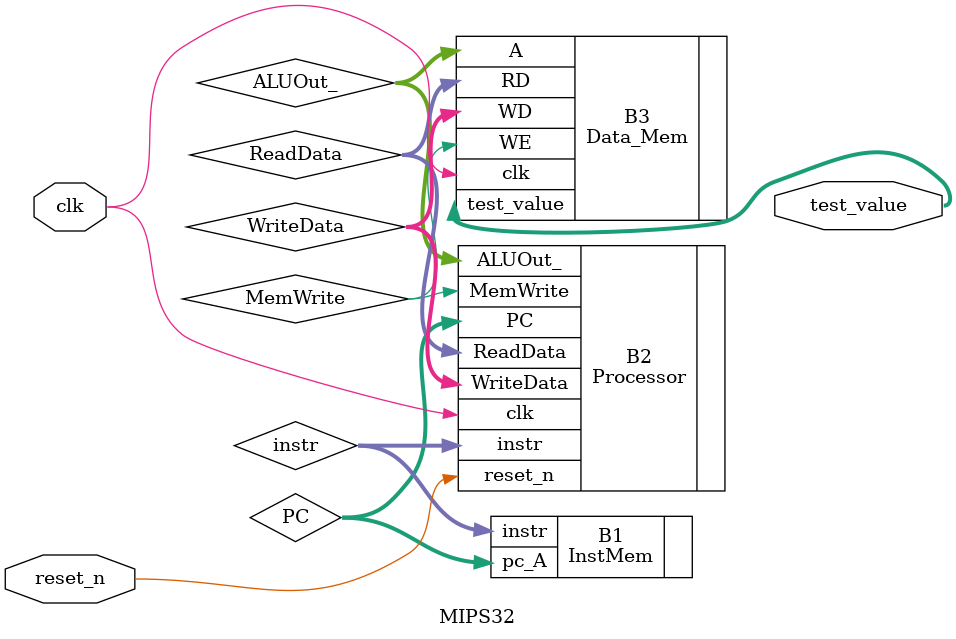
<source format=v>


module MIPS32
				(
				input clk,reset_n,
				output [15:0] test_value
				);
				
				wire MemWrite;
				wire [31:0] PC;
				wire [31:0] ALUOut_,WriteData,ReadData,instr;
				
				
					InstMem #(.width(32),.depth(256)) B1
					 (
					 .pc_A(PC),
					 .instr(instr)
					 );
					
					
					Processor B2
					 (
					 .clk(clk),
					 .reset_n(reset_n),
					 .instr(instr),
					 .ReadData(ReadData),
					 .PC(PC),
					 .ALUOut_(ALUOut_),
					 .MemWrite(MemWrite),
					 .WriteData(WriteData)
					 );
					 
					 
					 Data_Mem #(.n(32)) B3
					 (
					 .clk(clk),
					 .WE(MemWrite),
					 .A(ALUOut_),
					 .WD(WriteData),
					 .RD(ReadData),
					 .test_value(test_value)
					 );
				 

endmodule

</source>
